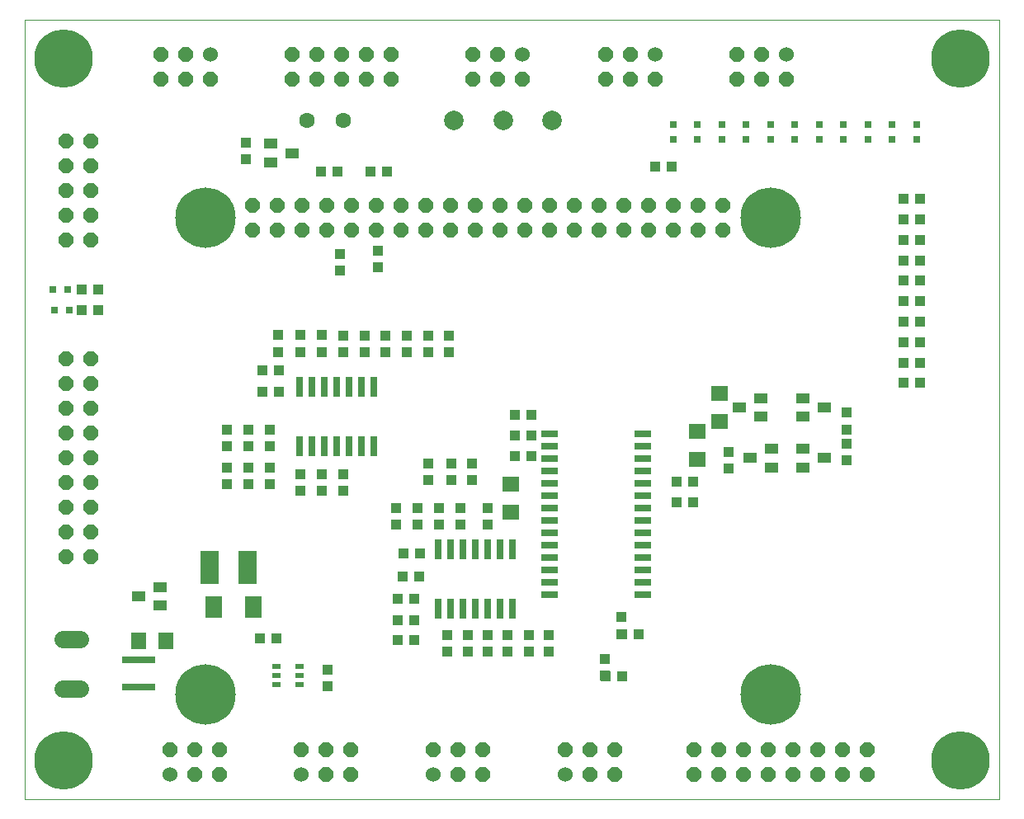
<source format=gts>
G75*
%MOIN*%
%OFA0B0*%
%FSLAX25Y25*%
%IPPOS*%
%LPD*%
%AMOC8*
5,1,8,0,0,1.08239X$1,22.5*
%
%ADD10C,0.00394*%
%ADD11R,0.04331X0.03937*%
%ADD12R,0.03150X0.03150*%
%ADD13R,0.07098X0.06299*%
%ADD14R,0.03937X0.04331*%
%ADD15R,0.02600X0.08000*%
%ADD16OC8,0.06000*%
%ADD17C,0.06000*%
%ADD18R,0.06693X0.02559*%
%ADD19C,0.24409*%
%ADD20R,0.05512X0.03937*%
%ADD21R,0.07008X0.08504*%
%ADD22R,0.03543X0.02362*%
%ADD23R,0.13780X0.03150*%
%ADD24R,0.07480X0.13386*%
%ADD25R,0.06299X0.07087*%
%ADD26C,0.07050*%
%ADD27C,0.06299*%
%ADD28C,0.07874*%
%ADD29C,0.23622*%
D10*
X0002658Y0001600D02*
X0002658Y0316561D01*
X0396359Y0316561D01*
X0396359Y0001600D01*
X0002658Y0001600D01*
D11*
X0125099Y0047072D03*
X0125099Y0053765D03*
X0153146Y0065844D03*
X0159839Y0065844D03*
X0173328Y0067836D03*
X0173328Y0061143D03*
X0181469Y0061143D03*
X0181469Y0067836D03*
X0197753Y0067836D03*
X0197753Y0061143D03*
X0206288Y0061143D03*
X0206288Y0067836D03*
X0236910Y0058096D03*
X0236910Y0051403D03*
X0243603Y0068332D03*
X0243603Y0075025D03*
X0189666Y0112427D03*
X0189666Y0119120D03*
X0178643Y0119120D03*
X0178643Y0112427D03*
X0161320Y0112427D03*
X0161320Y0119120D03*
X0152658Y0119120D03*
X0152658Y0112427D03*
X0155587Y0100734D03*
X0162280Y0100734D03*
X0161887Y0091553D03*
X0155194Y0091553D03*
X0122737Y0126206D03*
X0122737Y0132899D03*
X0114076Y0132899D03*
X0114076Y0126206D03*
X0092816Y0128962D03*
X0092816Y0135655D03*
X0084154Y0135655D03*
X0084154Y0128962D03*
X0084154Y0144317D03*
X0084154Y0151009D03*
X0092816Y0151009D03*
X0092816Y0144317D03*
X0098627Y0166057D03*
X0105320Y0166057D03*
X0105320Y0174844D03*
X0098627Y0174844D03*
X0104926Y0182348D03*
X0104926Y0189041D03*
X0113839Y0189041D03*
X0113839Y0182348D03*
X0131359Y0182277D03*
X0131359Y0188970D03*
X0139824Y0188844D03*
X0139824Y0182151D03*
X0156965Y0182183D03*
X0156965Y0188876D03*
X0165485Y0188939D03*
X0165485Y0182246D03*
X0129824Y0215183D03*
X0129824Y0221876D03*
X0145178Y0223057D03*
X0145178Y0216364D03*
X0142225Y0255143D03*
X0148918Y0255143D03*
X0092028Y0260065D03*
X0092028Y0266757D03*
X0165650Y0137230D03*
X0165650Y0130537D03*
X0175099Y0130537D03*
X0175099Y0137230D03*
X0265847Y0129946D03*
X0272540Y0129946D03*
X0272540Y0121679D03*
X0265847Y0121679D03*
X0286910Y0135261D03*
X0286910Y0141954D03*
X0334548Y0145104D03*
X0334548Y0151009D03*
X0334548Y0157702D03*
X0334548Y0138411D03*
D12*
X0333367Y0268332D03*
X0333367Y0274238D03*
X0343209Y0274238D03*
X0343209Y0268332D03*
X0353052Y0268332D03*
X0353052Y0274238D03*
X0362894Y0274238D03*
X0362894Y0268332D03*
X0323524Y0268332D03*
X0323524Y0274238D03*
X0313682Y0274238D03*
X0313682Y0268332D03*
X0303839Y0268332D03*
X0303839Y0274238D03*
X0293997Y0274238D03*
X0293997Y0268332D03*
X0284154Y0268332D03*
X0284154Y0274238D03*
X0274312Y0274238D03*
X0274312Y0268332D03*
X0264469Y0268332D03*
X0264469Y0274238D03*
X0020572Y0199238D03*
X0014666Y0199238D03*
X0013879Y0207506D03*
X0019784Y0207506D03*
D13*
X0198855Y0128836D03*
X0198855Y0117639D03*
X0274312Y0138915D03*
X0274312Y0150112D03*
X0283367Y0154269D03*
X0283367Y0165466D03*
D14*
X0357580Y0169710D03*
X0364272Y0169710D03*
X0364272Y0177978D03*
X0357580Y0177978D03*
X0357580Y0186246D03*
X0364272Y0186246D03*
X0364272Y0194513D03*
X0357580Y0194513D03*
X0357580Y0202781D03*
X0364272Y0202781D03*
X0364272Y0211049D03*
X0357580Y0211049D03*
X0357580Y0219317D03*
X0364272Y0219317D03*
X0364272Y0227584D03*
X0357580Y0227584D03*
X0357580Y0235852D03*
X0364272Y0235852D03*
X0364272Y0244120D03*
X0357580Y0244120D03*
X0263879Y0257112D03*
X0257186Y0257112D03*
X0173879Y0188939D03*
X0173879Y0182246D03*
X0148359Y0182065D03*
X0148359Y0188757D03*
X0122769Y0189041D03*
X0122769Y0182348D03*
X0101477Y0151009D03*
X0101477Y0144317D03*
X0101477Y0135655D03*
X0101477Y0128962D03*
X0131398Y0126206D03*
X0131398Y0132899D03*
X0169981Y0119120D03*
X0169981Y0112427D03*
X0183367Y0130537D03*
X0183367Y0137230D03*
X0200493Y0140183D03*
X0207186Y0140183D03*
X0207186Y0148450D03*
X0200493Y0148450D03*
X0200493Y0156718D03*
X0207186Y0156718D03*
X0159839Y0082521D03*
X0153146Y0082521D03*
X0153146Y0073986D03*
X0159839Y0073986D03*
X0189611Y0067836D03*
X0189611Y0061143D03*
X0214430Y0061143D03*
X0214430Y0067836D03*
X0237107Y0051206D03*
X0243800Y0051206D03*
X0243800Y0068135D03*
X0250493Y0068135D03*
X0104430Y0066561D03*
X0097737Y0066561D03*
X0032383Y0199238D03*
X0025690Y0199238D03*
X0025690Y0207506D03*
X0032383Y0207506D03*
X0122146Y0255143D03*
X0128839Y0255143D03*
D15*
X0128729Y0168338D03*
X0133729Y0168338D03*
X0138729Y0168338D03*
X0143729Y0168338D03*
X0123729Y0168338D03*
X0118729Y0168338D03*
X0113729Y0168338D03*
X0113729Y0144138D03*
X0118729Y0144138D03*
X0123729Y0144138D03*
X0128729Y0144138D03*
X0133729Y0144138D03*
X0138729Y0144138D03*
X0143729Y0144138D03*
X0169666Y0102661D03*
X0174666Y0102661D03*
X0179666Y0102661D03*
X0184666Y0102661D03*
X0189666Y0102661D03*
X0194666Y0102661D03*
X0199666Y0102661D03*
X0199666Y0078461D03*
X0194666Y0078461D03*
X0189666Y0078461D03*
X0184666Y0078461D03*
X0179666Y0078461D03*
X0174666Y0078461D03*
X0169666Y0078461D03*
D16*
X0167461Y0021561D03*
X0177461Y0021561D03*
X0187461Y0021561D03*
X0187461Y0011561D03*
X0177461Y0011561D03*
X0134312Y0011561D03*
X0124312Y0011561D03*
X0124312Y0021561D03*
X0134312Y0021561D03*
X0114312Y0021561D03*
X0081162Y0021561D03*
X0071162Y0021561D03*
X0061162Y0021561D03*
X0071162Y0011561D03*
X0081162Y0011561D03*
X0029312Y0099395D03*
X0019312Y0099395D03*
X0019312Y0109395D03*
X0029312Y0109395D03*
X0029312Y0119395D03*
X0019312Y0119395D03*
X0019312Y0129395D03*
X0029312Y0129395D03*
X0029312Y0139395D03*
X0019312Y0139395D03*
X0019312Y0149395D03*
X0029312Y0149395D03*
X0029312Y0159395D03*
X0019312Y0159395D03*
X0019312Y0169395D03*
X0029312Y0169395D03*
X0029312Y0179395D03*
X0019312Y0179395D03*
X0019312Y0227663D03*
X0029312Y0227663D03*
X0029312Y0237663D03*
X0029312Y0247663D03*
X0019312Y0247663D03*
X0019312Y0237663D03*
X0019312Y0257663D03*
X0029312Y0257663D03*
X0029312Y0267663D03*
X0019312Y0267663D03*
X0057619Y0292663D03*
X0067619Y0292663D03*
X0077619Y0292663D03*
X0067619Y0302663D03*
X0057619Y0302663D03*
X0110611Y0302663D03*
X0110611Y0292663D03*
X0120611Y0292663D03*
X0130611Y0292663D03*
X0130611Y0302663D03*
X0120611Y0302663D03*
X0140611Y0302663D03*
X0150611Y0302663D03*
X0150611Y0292663D03*
X0140611Y0292663D03*
X0183603Y0292663D03*
X0183603Y0302663D03*
X0193603Y0302663D03*
X0193603Y0292663D03*
X0203603Y0292663D03*
X0237146Y0292663D03*
X0247146Y0292663D03*
X0247146Y0302663D03*
X0237146Y0302663D03*
X0257146Y0292663D03*
X0290296Y0292663D03*
X0290296Y0302663D03*
X0300296Y0302663D03*
X0300296Y0292663D03*
X0310296Y0292663D03*
X0284666Y0241639D03*
X0274666Y0241639D03*
X0264666Y0241639D03*
X0254666Y0241639D03*
X0244666Y0241639D03*
X0234666Y0241639D03*
X0224666Y0241639D03*
X0214666Y0241639D03*
X0204666Y0241639D03*
X0194666Y0241639D03*
X0184666Y0241639D03*
X0174666Y0241639D03*
X0164666Y0241639D03*
X0154666Y0241639D03*
X0144666Y0241639D03*
X0134666Y0241639D03*
X0124666Y0241639D03*
X0114666Y0241639D03*
X0104666Y0241639D03*
X0094666Y0241639D03*
X0094666Y0231639D03*
X0104666Y0231639D03*
X0114666Y0231639D03*
X0124666Y0231639D03*
X0134666Y0231639D03*
X0144666Y0231639D03*
X0154666Y0231639D03*
X0164666Y0231639D03*
X0174666Y0231639D03*
X0184666Y0231639D03*
X0194666Y0231639D03*
X0204666Y0231639D03*
X0214666Y0231639D03*
X0224666Y0231639D03*
X0234666Y0231639D03*
X0244666Y0231639D03*
X0254666Y0231639D03*
X0264666Y0231639D03*
X0274666Y0231639D03*
X0284666Y0231639D03*
X0282776Y0021561D03*
X0272776Y0021561D03*
X0272776Y0011561D03*
X0282776Y0011561D03*
X0292776Y0011561D03*
X0302776Y0011561D03*
X0302776Y0021561D03*
X0292776Y0021561D03*
X0312776Y0021561D03*
X0322776Y0021561D03*
X0322776Y0011561D03*
X0312776Y0011561D03*
X0332776Y0011561D03*
X0342776Y0011561D03*
X0342776Y0021561D03*
X0332776Y0021561D03*
X0241005Y0021561D03*
X0231005Y0021561D03*
X0221005Y0021561D03*
X0231005Y0011561D03*
X0241005Y0011561D03*
D17*
X0221005Y0011561D03*
X0167461Y0011561D03*
X0114312Y0011561D03*
X0061162Y0011561D03*
X0077619Y0302663D03*
X0203603Y0302663D03*
X0257146Y0302663D03*
X0310296Y0302663D03*
D18*
X0252312Y0149112D03*
X0252312Y0144112D03*
X0252312Y0139112D03*
X0252312Y0134112D03*
X0252312Y0129112D03*
X0252312Y0124112D03*
X0252312Y0119112D03*
X0252312Y0114112D03*
X0252312Y0109112D03*
X0252312Y0104112D03*
X0252312Y0099112D03*
X0252312Y0094112D03*
X0252312Y0089112D03*
X0252312Y0084112D03*
X0214674Y0084112D03*
X0214674Y0089112D03*
X0214674Y0094112D03*
X0214674Y0099112D03*
X0214674Y0104112D03*
X0214674Y0109112D03*
X0214674Y0114112D03*
X0214674Y0119112D03*
X0214674Y0124112D03*
X0214674Y0129112D03*
X0214674Y0134112D03*
X0214674Y0139112D03*
X0214674Y0144112D03*
X0214674Y0149112D03*
D19*
X0303839Y0236639D03*
X0075493Y0236639D03*
X0075493Y0043726D03*
X0303839Y0043726D03*
D20*
X0304233Y0135655D03*
X0295572Y0139395D03*
X0304233Y0143135D03*
X0316831Y0143135D03*
X0325493Y0139395D03*
X0316831Y0135655D03*
X0316831Y0156128D03*
X0316831Y0163608D03*
X0325493Y0159868D03*
X0299902Y0163608D03*
X0299902Y0156128D03*
X0291241Y0159868D03*
X0110532Y0262624D03*
X0101871Y0266364D03*
X0101871Y0258883D03*
X0057383Y0087230D03*
X0057383Y0079750D03*
X0048721Y0083490D03*
D21*
X0078918Y0079159D03*
X0094942Y0079159D03*
D22*
X0104430Y0055340D03*
X0104430Y0051600D03*
X0104430Y0047860D03*
X0113485Y0047860D03*
X0113485Y0051600D03*
X0113485Y0055340D03*
D23*
X0048721Y0057998D03*
X0048721Y0046777D03*
D24*
X0077265Y0095301D03*
X0092619Y0095301D03*
D25*
X0059745Y0065380D03*
X0048721Y0065380D03*
D26*
X0024825Y0066324D02*
X0017775Y0066324D01*
X0017775Y0046324D02*
X0024825Y0046324D01*
D27*
X0116517Y0276009D03*
X0131398Y0276009D03*
D28*
X0176044Y0276009D03*
X0195887Y0276009D03*
X0215729Y0276009D03*
D29*
X0380611Y0300813D03*
X0380611Y0017348D03*
X0018406Y0017348D03*
X0018406Y0300813D03*
M02*

</source>
